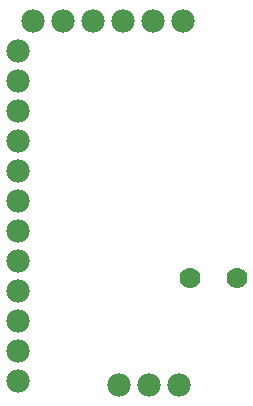
<source format=gbs>
G75*
%MOIN*%
%OFA0B0*%
%FSLAX25Y25*%
%IPPOS*%
%LPD*%
%AMOC8*
5,1,8,0,0,1.08239X$1,22.5*
%
%ADD10C,0.07800*%
%ADD11C,0.07000*%
D10*
X0010060Y0011300D03*
X0010060Y0021300D03*
X0010060Y0031300D03*
X0010060Y0041300D03*
X0010060Y0051300D03*
X0010060Y0061300D03*
X0010060Y0071300D03*
X0010060Y0081300D03*
X0010060Y0091300D03*
X0010060Y0101300D03*
X0010060Y0111300D03*
X0010060Y0121300D03*
X0015060Y0131300D03*
X0025060Y0131300D03*
X0035060Y0131300D03*
X0045060Y0131300D03*
X0055060Y0131300D03*
X0065060Y0131300D03*
X0063721Y0010158D03*
X0053721Y0010158D03*
X0043721Y0010158D03*
D11*
X0067343Y0045591D03*
X0083091Y0045591D03*
M02*

</source>
